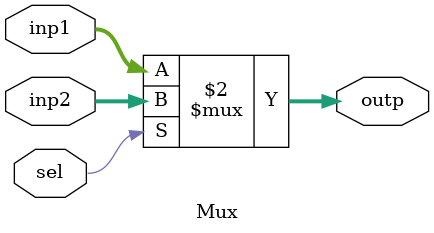
<source format=v>
`timescale 1ns / 1ps
module Mux(input [31:0] inp1, input [31:0] inp2, input sel, output [31:0] outp
    );
assign outp = (sel==1'b0) ? inp1 : inp2;

endmodule

</source>
